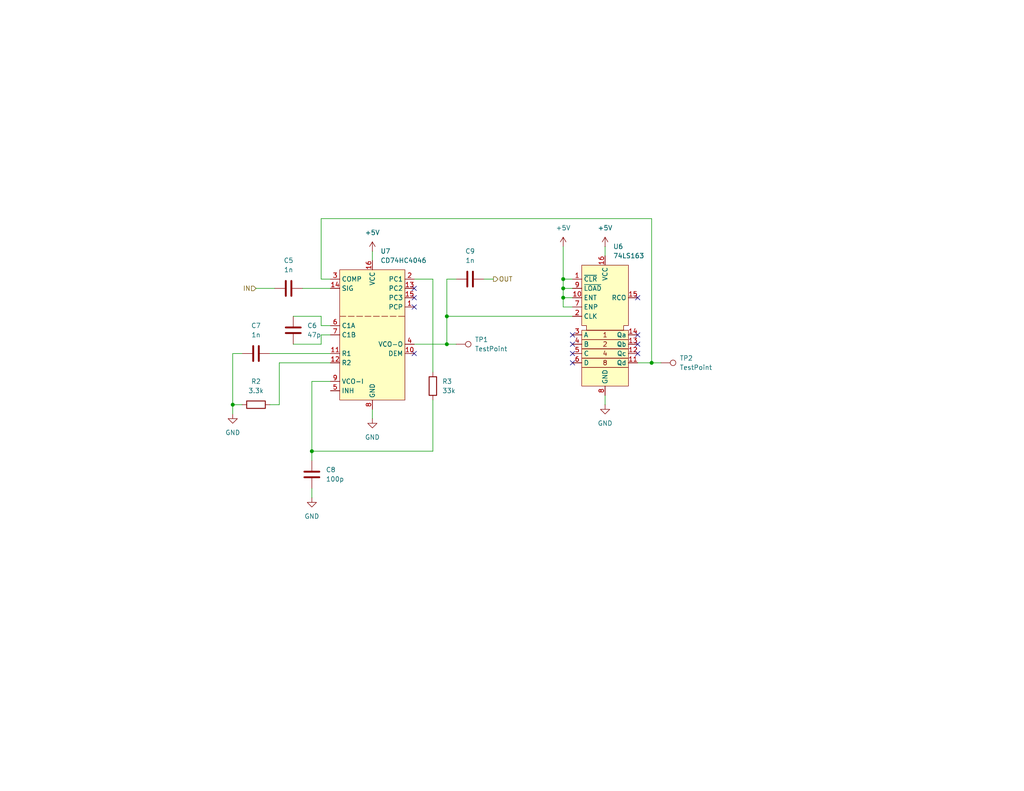
<source format=kicad_sch>
(kicad_sch (version 20231120) (generator "eeschema") (generator_version "8.0")
  (paper "USLetter")
  (title_block (title "Phase-Locked Loop") (date "2024-03-28") (rev "1"))
  (lib_symbols
    (symbol "Connector:TestPoint" (pin_numbers hide) (pin_names (offset 0.762) hide)
      (property "Reference" "TP" (at 0 6.858 0))
      (property "Value" "TestPoint" (at 0 5.08 0))
      (symbol "TestPoint_0_1"
        (circle (center 0 3.302) (radius 0.762))
      )
      (symbol "TestPoint_1_1"
        (pin passive line (at 0 0 90) (length 2.54) (name "1") (number "1"))
      )
    )
    (symbol "Device:C" (pin_numbers hide) (pin_names (offset 0.254))
      (property "Reference" "C" (at 0.635 2.54 0))
      (property "Value" "C" (at 0.635 -2.54 0))
      (symbol "C_0_1"
        (polyline (pts (xy -2.032 -0.762) (xy 2.032 -0.762)) (stroke (width 0.508)))
        (polyline (pts (xy -2.032 0.762) (xy 2.032 0.762)) (stroke (width 0.508)))
      )
      (symbol "C_1_1"
        (pin passive line (at 0 3.81 270) (length 2.794) (name "~") (number "1"))
        (pin passive line (at 0 -3.81 90) (length 2.794) (name "~") (number "2"))
      )
    )
    (symbol "Device:R" (pin_numbers hide) (pin_names (offset 0))
      (property "Reference" "R" (at 2.032 0 90))
      (property "Value" "R" (at 0 0 90))
      (symbol "R_0_1"
        (rectangle (start -1.016 -2.54) (end 1.016 2.54) (stroke (width 0.254)))
      )
      (symbol "R_1_1"
        (pin passive line (at 0 3.81 270) (length 1.27) (name "~") (number "1"))
        (pin passive line (at 0 -3.81 90) (length 1.27) (name "~") (number "2"))
      )
    )
    (symbol "msr20:74LS163"
      (property "Reference" "U" (at 1.27 3.81 0))
      (property "Value" "74LS163" (at 1.27 1.016 0))
      (symbol "74LS163_1_1"
        (rectangle (start -6.35 -27.94) (end 6.35 -33.02) (fill (type background)))
        (rectangle (start -6.35 -25.4) (end 6.35 -27.94) (fill (type background)))
        (rectangle (start -6.35 -22.86) (end 6.35 -25.4) (fill (type background)))
        (rectangle (start -6.35 -20.32) (end 6.35 -22.86) (fill (type background)))
        (rectangle (start -6.35 -17.78) (end 6.35 -20.32) (fill (type background)))
        (polyline (pts (xy -6.35 0) (xy -6.35 -16.51) (xy -5.08 -16.51) (xy -5.08 -17.78) (xy 5.08 -17.78) (xy 5.08 -16.51) (xy 6.35 -16.51) (xy 6.35 0) (xy -6.35 0)) (fill (type background)))
        (text "1" (at 0 -19.05 0) (effects (font (size 1.27 1.27))))
        (text "2" (at 0 -21.59 0) (effects (font (size 1.27 1.27))))
        (text "4" (at 0 -24.13 0) (effects (font (size 1.27 1.27))))
        (text "8" (at 0 -26.67 0) (effects (font (size 1.27 1.27))))
        (pin input line (at -8.89 -3.81 0) (length 2.54) (name "~{CLR}") (number "1"))
        (pin input line (at -8.89 -8.89 0) (length 2.54) (name "ENT") (number "10"))
        (pin output line (at 8.89 -26.67 180) (length 2.54) (name "Qd") (number "11"))
        (pin output line (at 8.89 -24.13 180) (length 2.54) (name "Qc") (number "12"))
        (pin output line (at 8.89 -21.59 180) (length 2.54) (name "Qb") (number "13"))
        (pin output line (at 8.89 -19.05 180) (length 2.54) (name "Qa") (number "14"))
        (pin output line (at 8.89 -8.89 180) (length 2.54) (name "RCO") (number "15"))
        (pin power_in line (at 0 2.54 270) (length 2.54) (name "VCC") (number "16"))
        (pin input line (at -8.89 -13.97 0) (length 2.54) (name "CLK") (number "2"))
        (pin input line (at -8.89 -19.05 0) (length 2.54) (name "A") (number "3"))
        (pin input line (at -8.89 -21.59 0) (length 2.54) (name "B") (number "4"))
        (pin input line (at -8.89 -24.13 0) (length 2.54) (name "C") (number "5"))
        (pin input line (at -8.89 -26.67 0) (length 2.54) (name "D") (number "6"))
        (pin input line (at -8.89 -11.43 0) (length 2.54) (name "ENP") (number "7"))
        (pin power_in line (at 0 -35.56 90) (length 2.54) (name "GND") (number "8"))
        (pin input line (at -8.89 -6.35 0) (length 2.54) (name "~{LOAD}") (number "9"))
      )
    )
    (symbol "msr20:CD74HC4046"
      (property "Reference" "U" (at 1.27 3.81 0))
      (property "Value" "CD74HC4046" (at 1.27 1.27 0))
      (symbol "CD74HC4046_1_1"
        (rectangle (start -8.89 0) (end 8.89 -35.56) (fill (type background)))
        (polyline (pts (xy -8.89 -12.7) (xy 8.89 -12.7)) (stroke (width 0) (type dash)))
        (pin output line (at 11.43 -10.16 180) (length 2.54) (name "PCP") (number "1"))
        (pin output line (at 11.43 -22.86 180) (length 2.54) (name "DEM") (number "10"))
        (pin input line (at -11.43 -22.86 0) (length 2.54) (name "R1") (number "11"))
        (pin input line (at -11.43 -25.4 0) (length 2.54) (name "R2") (number "12"))
        (pin output line (at 11.43 -5.08 180) (length 2.54) (name "PC2") (number "13"))
        (pin input line (at -11.43 -5.08 0) (length 2.54) (name "SIG") (number "14"))
        (pin output line (at 11.43 -7.62 180) (length 2.54) (name "PC3") (number "15"))
        (pin power_in line (at 0 2.54 270) (length 2.54) (name "VCC") (number "16"))
        (pin output line (at 11.43 -2.54 180) (length 2.54) (name "PC1") (number "2"))
        (pin input line (at -11.43 -2.54 0) (length 2.54) (name "COMP") (number "3"))
        (pin output line (at 11.43 -20.32 180) (length 2.54) (name "VCO-O") (number "4"))
        (pin input line (at -11.43 -33.02 0) (length 2.54) (name "INH") (number "5"))
        (pin input line (at -11.43 -15.24 0) (length 2.54) (name "C1A") (number "6"))
        (pin input line (at -11.43 -17.78 0) (length 2.54) (name "C1B") (number "7"))
        (pin power_in line (at 0 -38.1 90) (length 2.54) (name "GND") (number "8"))
        (pin input line (at -11.43 -30.48 0) (length 2.54) (name "VCO-I") (number "9"))
      )
    )
    (symbol "power:+5V" (power) (pin_numbers hide) (pin_names (offset 0) hide)
      (property "Value" "+5V" (at 0 3.556 0))
      (symbol "+5V_0_1"
        (polyline (pts (xy -0.762 1.27) (xy 0 2.54)))
        (polyline (pts (xy 0 0) (xy 0 2.54)))
        (polyline (pts (xy 0 2.54) (xy 0.762 1.27)))
      )
      (symbol "+5V_1_1"
        (pin power_in line (at 0 0 90) (length 0) (name "~") (number "1"))
      )
    )
    (symbol "power:GND" (power) (pin_numbers hide) (pin_names (offset 0) hide)
      (property "Value" "GND" (at 0 -3.81 0))
      (symbol "GND_0_1"
        (polyline (pts (xy 0 0) (xy 0 -1.27) (xy 1.27 -1.27) (xy 0 -2.54) (xy -1.27 -1.27) (xy 0 -1.27)))
      )
      (symbol "GND_1_1"
        (pin power_in line (at 0 0 270) (length 0) (name "~") (number "1"))
      )
    )
  )
  (junction (at 85.09 123.19))
  (junction (at 63.5 110.49))
  (junction (at 153.67 78.74))
  (junction (at 121.92 86.36))
  (junction (at 153.67 81.28))
  (junction (at 153.67 76.2))
  (junction (at 121.92 93.98))
  (junction (at 177.8 99.06))
  (no_connect (at 173.99 96.52))
  (no_connect (at 156.21 91.44))
  (no_connect (at 173.99 93.98))
  (no_connect (at 113.03 83.82))
  (no_connect (at 113.03 78.74))
  (no_connect (at 113.03 96.52))
  (no_connect (at 173.99 81.28))
  (no_connect (at 173.99 91.44))
  (no_connect (at 156.21 99.06))
  (no_connect (at 113.03 81.28))
  (no_connect (at 156.21 93.98))
  (no_connect (at 156.21 96.52))
  (wire (pts (xy 73.66 110.49) (xy 76.2 110.49)))
  (wire (pts (xy 66.04 96.52) (xy 63.5 96.52)))
  (wire (pts (xy 121.92 76.2) (xy 121.92 86.36)))
  (wire (pts (xy 76.2 99.06) (xy 90.17 99.06)))
  (wire (pts (xy 90.17 76.2) (xy 87.63 76.2)))
  (wire (pts (xy 87.63 59.69) (xy 177.8 59.69)))
  (wire (pts (xy 80.01 93.98) (xy 87.63 93.98)))
  (wire (pts (xy 87.63 76.2) (xy 87.63 59.69)))
  (wire (pts (xy 165.1 107.95) (xy 165.1 110.49)))
  (wire (pts (xy 153.67 76.2) (xy 153.67 67.31)))
  (wire (pts (xy 121.92 93.98) (xy 124.46 93.98)))
  (wire (pts (xy 121.92 86.36) (xy 156.21 86.36)))
  (wire (pts (xy 101.6 68.58) (xy 101.6 71.12)))
  (wire (pts (xy 177.8 59.69) (xy 177.8 99.06)))
  (wire (pts (xy 63.5 110.49) (xy 63.5 113.03)))
  (wire (pts (xy 101.6 111.76) (xy 101.6 114.3)))
  (wire (pts (xy 153.67 81.28) (xy 156.21 81.28)))
  (wire (pts (xy 153.67 83.82) (xy 153.67 81.28)))
  (wire (pts (xy 85.09 133.35) (xy 85.09 135.89)))
  (wire (pts (xy 113.03 93.98) (xy 121.92 93.98)))
  (wire (pts (xy 63.5 96.52) (xy 63.5 110.49)))
  (wire (pts (xy 121.92 76.2) (xy 124.46 76.2)))
  (wire (pts (xy 118.11 76.2) (xy 118.11 101.6)))
  (wire (pts (xy 113.03 76.2) (xy 118.11 76.2)))
  (wire (pts (xy 165.1 67.31) (xy 165.1 69.85)))
  (wire (pts (xy 156.21 83.82) (xy 153.67 83.82)))
  (wire (pts (xy 69.85 78.74) (xy 74.93 78.74)))
  (wire (pts (xy 85.09 123.19) (xy 85.09 125.73)))
  (wire (pts (xy 177.8 99.06) (xy 180.34 99.06)))
  (wire (pts (xy 63.5 110.49) (xy 66.04 110.49)))
  (wire (pts (xy 85.09 123.19) (xy 118.11 123.19)))
  (wire (pts (xy 153.67 81.28) (xy 153.67 78.74)))
  (wire (pts (xy 121.92 86.36) (xy 121.92 93.98)))
  (wire (pts (xy 132.08 76.2) (xy 134.62 76.2)))
  (wire (pts (xy 87.63 93.98) (xy 87.63 91.44)))
  (wire (pts (xy 90.17 104.14) (xy 85.09 104.14)))
  (wire (pts (xy 153.67 76.2) (xy 156.21 76.2)))
  (wire (pts (xy 73.66 96.52) (xy 90.17 96.52)))
  (wire (pts (xy 118.11 123.19) (xy 118.11 109.22)))
  (wire (pts (xy 87.63 91.44) (xy 90.17 91.44)))
  (wire (pts (xy 85.09 104.14) (xy 85.09 123.19)))
  (wire (pts (xy 153.67 78.74) (xy 153.67 76.2)))
  (wire (pts (xy 90.17 88.9) (xy 87.63 88.9)))
  (wire (pts (xy 177.8 99.06) (xy 173.99 99.06)))
  (wire (pts (xy 76.2 110.49) (xy 76.2 99.06)))
  (wire (pts (xy 80.01 86.36) (xy 87.63 86.36)))
  (wire (pts (xy 82.55 78.74) (xy 90.17 78.74)))
  (wire (pts (xy 87.63 88.9) (xy 87.63 86.36)))
  (wire (pts (xy 153.67 78.74) (xy 156.21 78.74)))
  (hierarchical_label "OUT" (shape output) (at 134.62 76.2 0))
  (hierarchical_label "IN" (shape input) (at 69.85 78.74 180))
  (symbol (lib_id "Device:R") (at 118.11 105.41 0) (unit 1)
    (property "Reference" "R3" (at 120.65 104.1399 0) (effects (justify left)))
    (property "Value" "33k" (at 120.65 106.6799 0) (effects (justify left)))
    (property "Footprint" "Resistor_SMD:R_0805_2012Metric" (effects (hide yes)))
    (property "Description" "Resistor" (effects (hide yes)))
  )
  (symbol (lib_id "power:GND") (at 63.5 113.03 0) (unit 1)
    (property "Reference" "#PWR022" (effects (hide yes)))
    (property "Value" "GND" (at 63.5 118.11 0))
    (property "Description" "Power symbol creates a global label with name \"GND\" , ground" (effects (hide yes)))
  )
  (symbol (lib_id "Device:C") (at 80.01 90.17 180) (unit 1)
    (property "Reference" "C6" (at 83.82 88.8999 0) (effects (justify right)))
    (property "Value" "47p" (at 83.82 91.4399 0) (effects (justify right)))
    (property "Footprint" "Capacitor_SMD:C_0805_2012Metric" (effects (hide yes)))
    (property "Description" "Unpolarized capacitor" (effects (hide yes)))
  )
  (symbol (lib_id "msr20:74LS163") (at 165.1 72.39 0) (unit 1)
    (property "Reference" "U6" (at 167.2941 67.31 0) (effects (justify left)))
    (property "Value" "74LS163" (at 167.2941 69.85 0) (effects (justify left)))
    (property "Footprint" "Package_DIP:DIP-16_W7.62mm_LongPads" (effects (hide yes)))
    (property "Datasheet" "https://www.ti.com/general/docs/suppproductinfo.tsp?distId=10&gotoUrl=https%3A%2F%2Fwww.ti.com%2Flit%2Fgpn%2Fsn74ls163a" (effects (hide yes)))
    (property "Description" "Synchronous 4-bit counter" (effects (hide yes)))
  )
  (symbol (lib_id "Device:R") (at 69.85 110.49 90) (unit 1)
    (property "Reference" "R2" (at 69.85 104.14 90))
    (property "Value" "3.3k" (at 69.85 106.68 90))
    (property "Footprint" "Resistor_SMD:R_0805_2012Metric" (effects (hide yes)))
    (property "Description" "Resistor" (effects (hide yes)))
  )
  (symbol (lib_id "Connector:TestPoint") (at 180.34 99.06 270) (unit 1)
    (property "Reference" "TP2" (at 185.42 97.7899 90) (effects (justify left)))
    (property "Value" "TestPoint" (at 185.42 100.3299 90) (effects (justify left)))
    (property "Footprint" "TestPoint:TestPoint_Pad_D1.0mm" (effects (hide yes)))
    (property "Description" "test point" (effects (hide yes)))
  )
  (symbol (lib_id "power:GND") (at 101.6 114.3 0) (unit 1)
    (property "Reference" "#PWR020" (effects (hide yes)))
    (property "Value" "GND" (at 101.6 119.38 0))
    (property "Description" "Power symbol creates a global label with name \"GND\" , ground" (effects (hide yes)))
  )
  (symbol (lib_id "Device:C") (at 69.85 96.52 90) (unit 1)
    (property "Reference" "C7" (at 69.85 88.9 90))
    (property "Value" "1n" (at 69.85 91.44 90))
    (property "Footprint" "Capacitor_SMD:C_0805_2012Metric" (effects (hide yes)))
    (property "Description" "Unpolarized capacitor" (effects (hide yes)))
  )
  (symbol (lib_id "Device:C") (at 85.09 129.54 180) (unit 1)
    (property "Reference" "C8" (at 88.9 128.2699 0) (effects (justify right)))
    (property "Value" "100p" (at 88.9 130.8099 0) (effects (justify right)))
    (property "Footprint" "Capacitor_SMD:C_0805_2012Metric" (effects (hide yes)))
    (property "Description" "Unpolarized capacitor" (effects (hide yes)))
  )
  (symbol (lib_id "Device:C") (at 128.27 76.2 90) (unit 1)
    (property "Reference" "C9" (at 128.27 68.58 90))
    (property "Value" "1n" (at 128.27 71.12 90))
    (property "Footprint" "Capacitor_SMD:C_0805_2012Metric" (effects (hide yes)))
    (property "Description" "Unpolarized capacitor" (effects (hide yes)))
  )
  (symbol (lib_id "power:+5V") (at 101.6 68.58 0) (unit 1)
    (property "Reference" "#PWR09" (effects (hide yes)))
    (property "Value" "+5V" (at 101.6 63.5 0))
    (property "Description" "Power symbol creates a global label with name \"+5V\"" (effects (hide yes)))
  )
  (symbol (lib_id "power:GND") (at 85.09 135.89 0) (unit 1)
    (property "Reference" "#PWR023" (effects (hide yes)))
    (property "Value" "GND" (at 85.09 140.97 0))
    (property "Description" "Power symbol creates a global label with name \"GND\" , ground" (effects (hide yes)))
  )
  (symbol (lib_id "power:GND") (at 165.1 110.49 0) (unit 1)
    (property "Reference" "#PWR021" (effects (hide yes)))
    (property "Value" "GND" (at 165.1 115.57 0))
    (property "Description" "Power symbol creates a global label with name \"GND\" , ground" (effects (hide yes)))
  )
  (symbol (lib_id "msr20:CD74HC4046") (at 101.6 73.66 0) (unit 1)
    (property "Reference" "U7" (at 103.7941 68.58 0) (effects (justify left)))
    (property "Value" "CD74HC4046" (at 103.7941 71.12 0) (effects (justify left)))
    (property "Footprint" "Package_DIP:DIP-16_W7.62mm_LongPads" (effects (hide yes)))
    (property "Datasheet" "https://www.ti.com/lit/ds/symlink/cd74hc4046a.pdf?ts=1711386107603&ref_url=https%253A%252F%252Fwww.google.com%252F" (effects (hide yes)))
    (property "Description" "High-speed CMOS PLL with VCO" (effects (hide yes)))
  )
  (symbol (lib_id "Connector:TestPoint") (at 124.46 93.98 270) (unit 1)
    (property "Reference" "TP1" (at 129.54 92.7099 90) (effects (justify left)))
    (property "Value" "TestPoint" (at 129.54 95.2499 90) (effects (justify left)))
    (property "Footprint" "TestPoint:TestPoint_Pad_D1.0mm" (effects (hide yes)))
    (property "Description" "test point" (effects (hide yes)))
  )
  (symbol (lib_id "power:+5V") (at 165.1 67.31 0) (unit 1)
    (property "Reference" "#PWR019" (effects (hide yes)))
    (property "Value" "+5V" (at 165.1 62.23 0))
    (property "Description" "Power symbol creates a global label with name \"+5V\"" (effects (hide yes)))
  )
  (symbol (lib_id "power:+5V") (at 153.67 67.31 0) (unit 1)
    (property "Reference" "#PWR024" (effects (hide yes)))
    (property "Value" "+5V" (at 153.67 62.23 0))
    (property "Description" "Power symbol creates a global label with name \"+5V\"" (effects (hide yes)))
  )
  (symbol (lib_id "Device:C") (at 78.74 78.74 90) (unit 1)
    (property "Reference" "C5" (at 78.74 71.12 90))
    (property "Value" "1n" (at 78.74 73.66 90))
    (property "Footprint" "Capacitor_SMD:C_0805_2012Metric" (effects (hide yes)))
    (property "Description" "Unpolarized capacitor" (effects (hide yes)))
  )
)
</source>
